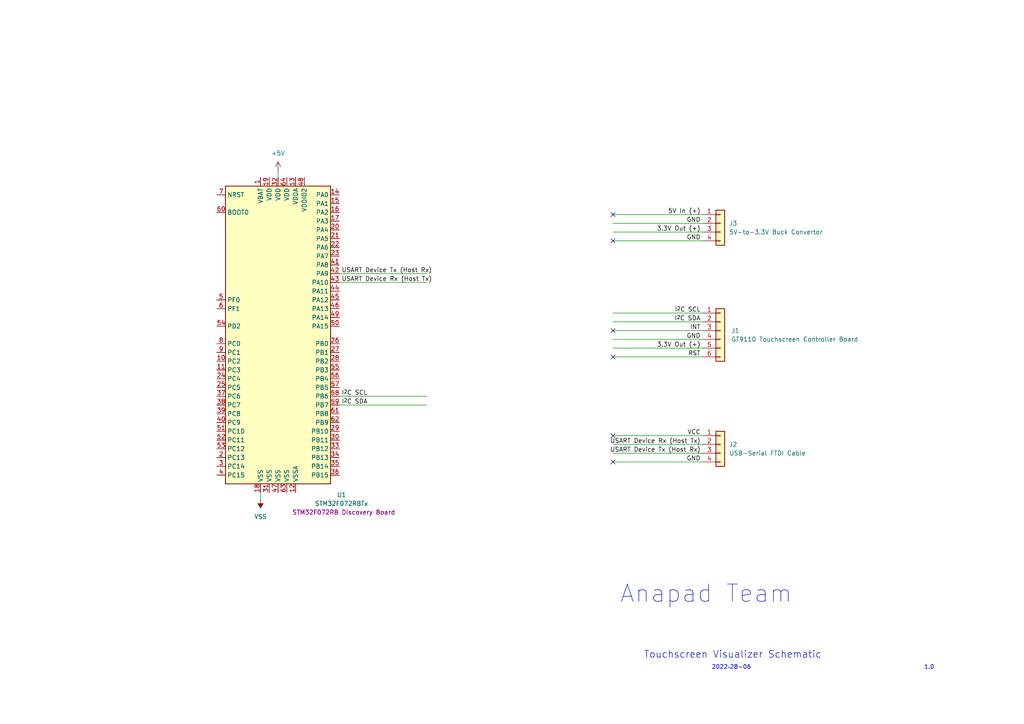
<source format=kicad_sch>
(kicad_sch (version 20211123) (generator eeschema)
  (paper "A4")
  (lib_symbols
    (symbol "Connector_Generic:Conn_01x04" (pin_names (offset 1.016) hide)
      (property "Reference" "J" (at 0 5.08 0))
      (property "Value" "Conn_01x04" (at 0 -7.62 0))
      (symbol "Conn_01x04_1_1"
        (rectangle (start -1.27 -4.953) (end 0 -5.207) (stroke (width 0.1524)))
        (rectangle (start -1.27 -2.413) (end 0 -2.667) (stroke (width 0.1524)))
        (rectangle (start -1.27 0.127) (end 0 -0.127) (stroke (width 0.1524)))
        (rectangle (start -1.27 2.667) (end 0 2.413) (stroke (width 0.1524)))
        (rectangle (start -1.27 3.81) (end 1.27 -6.35) (stroke (width 0.254)) (fill (type background)))
        (pin passive line (at -5.08 2.54 0) (length 3.81) (name "Pin_1") (number "1"))
        (pin passive line (at -5.08 0 0) (length 3.81) (name "Pin_2") (number "2"))
        (pin passive line (at -5.08 -2.54 0) (length 3.81) (name "Pin_3") (number "3"))
        (pin passive line (at -5.08 -5.08 0) (length 3.81) (name "Pin_4") (number "4"))
      )
    )
    (symbol "Connector_Generic:Conn_01x06" (pin_names (offset 1.016) hide)
      (property "Reference" "J" (at 0 7.62 0))
      (property "Value" "Conn_01x06" (at 0 -10.16 0))
      (symbol "Conn_01x06_1_1"
        (rectangle (start -1.27 -7.493) (end 0 -7.747) (stroke (width 0.1524)))
        (rectangle (start -1.27 -4.953) (end 0 -5.207) (stroke (width 0.1524)))
        (rectangle (start -1.27 -2.413) (end 0 -2.667) (stroke (width 0.1524)))
        (rectangle (start -1.27 0.127) (end 0 -0.127) (stroke (width 0.1524)))
        (rectangle (start -1.27 2.667) (end 0 2.413) (stroke (width 0.1524)))
        (rectangle (start -1.27 5.207) (end 0 4.953) (stroke (width 0.1524)))
        (rectangle (start -1.27 6.35) (end 1.27 -8.89) (stroke (width 0.254)) (fill (type background)))
        (pin passive line (at -5.08 5.08 0) (length 3.81) (name "Pin_1") (number "1"))
        (pin passive line (at -5.08 2.54 0) (length 3.81) (name "Pin_2") (number "2"))
        (pin passive line (at -5.08 0 0) (length 3.81) (name "Pin_3") (number "3"))
        (pin passive line (at -5.08 -2.54 0) (length 3.81) (name "Pin_4") (number "4"))
        (pin passive line (at -5.08 -5.08 0) (length 3.81) (name "Pin_5") (number "5"))
        (pin passive line (at -5.08 -7.62 0) (length 3.81) (name "Pin_6") (number "6"))
      )
    )
    (symbol "MCU_ST_STM32F0:STM32F072RBTx"
      (property "Reference" "U" (at -15.24 44.45 0))
      (property "Value" "STM32F072RBTx" (at 10.16 44.45 0))
      (symbol "STM32F072RBTx_0_1"
        (rectangle (start -15.24 -43.18) (end 15.24 43.18) (stroke (width 0.254)) (fill (type background)))
      )
      (symbol "STM32F072RBTx_1_1"
        (pin power_in line (at -5.08 45.72 270) (length 2.54) (name "VBAT") (number "1"))
        (pin bidirectional line (at -17.78 -7.62 0) (length 2.54) (name "PC2") (number "10"))
        (pin bidirectional line (at -17.78 -10.16 0) (length 2.54) (name "PC3") (number "11"))
        (pin power_in line (at 5.08 -45.72 90) (length 2.54) (name "VSSA") (number "12"))
        (pin power_in line (at 5.08 45.72 270) (length 2.54) (name "VDDA") (number "13"))
        (pin bidirectional line (at 17.78 40.64 180) (length 2.54) (name "PA0") (number "14"))
        (pin bidirectional line (at 17.78 38.1 180) (length 2.54) (name "PA1") (number "15"))
        (pin bidirectional line (at 17.78 35.56 180) (length 2.54) (name "PA2") (number "16"))
        (pin bidirectional line (at 17.78 33.02 180) (length 2.54) (name "PA3") (number "17"))
        (pin power_in line (at -5.08 -45.72 90) (length 2.54) (name "VSS") (number "18"))
        (pin power_in line (at -2.54 45.72 270) (length 2.54) (name "VDD") (number "19"))
        (pin bidirectional line (at -17.78 -35.56 0) (length 2.54) (name "PC13") (number "2"))
        (pin bidirectional line (at 17.78 30.48 180) (length 2.54) (name "PA4") (number "20"))
        (pin bidirectional line (at 17.78 27.94 180) (length 2.54) (name "PA5") (number "21"))
        (pin bidirectional line (at 17.78 25.4 180) (length 2.54) (name "PA6") (number "22"))
        (pin bidirectional line (at 17.78 22.86 180) (length 2.54) (name "PA7") (number "23"))
        (pin bidirectional line (at -17.78 -12.7 0) (length 2.54) (name "PC4") (number "24"))
        (pin bidirectional line (at -17.78 -15.24 0) (length 2.54) (name "PC5") (number "25"))
        (pin bidirectional line (at 17.78 -2.54 180) (length 2.54) (name "PB0") (number "26"))
        (pin bidirectional line (at 17.78 -5.08 180) (length 2.54) (name "PB1") (number "27"))
        (pin bidirectional line (at 17.78 -7.62 180) (length 2.54) (name "PB2") (number "28"))
        (pin bidirectional line (at 17.78 -27.94 180) (length 2.54) (name "PB10") (number "29"))
        (pin bidirectional line (at -17.78 -38.1 0) (length 2.54) (name "PC14") (number "3"))
        (pin bidirectional line (at 17.78 -30.48 180) (length 2.54) (name "PB11") (number "30"))
        (pin power_in line (at -2.54 -45.72 90) (length 2.54) (name "VSS") (number "31"))
        (pin power_in line (at 0 45.72 270) (length 2.54) (name "VDD") (number "32"))
        (pin bidirectional line (at 17.78 -33.02 180) (length 2.54) (name "PB12") (number "33"))
        (pin bidirectional line (at 17.78 -35.56 180) (length 2.54) (name "PB13") (number "34"))
        (pin bidirectional line (at 17.78 -38.1 180) (length 2.54) (name "PB14") (number "35"))
        (pin bidirectional line (at 17.78 -40.64 180) (length 2.54) (name "PB15") (number "36"))
        (pin bidirectional line (at -17.78 -17.78 0) (length 2.54) (name "PC6") (number "37"))
        (pin bidirectional line (at -17.78 -20.32 0) (length 2.54) (name "PC7") (number "38"))
        (pin bidirectional line (at -17.78 -22.86 0) (length 2.54) (name "PC8") (number "39"))
        (pin bidirectional line (at -17.78 -40.64 0) (length 2.54) (name "PC15") (number "4"))
        (pin bidirectional line (at -17.78 -25.4 0) (length 2.54) (name "PC9") (number "40"))
        (pin bidirectional line (at 17.78 20.32 180) (length 2.54) (name "PA8") (number "41"))
        (pin bidirectional line (at 17.78 17.78 180) (length 2.54) (name "PA9") (number "42"))
        (pin bidirectional line (at 17.78 15.24 180) (length 2.54) (name "PA10") (number "43"))
        (pin bidirectional line (at 17.78 12.7 180) (length 2.54) (name "PA11") (number "44"))
        (pin bidirectional line (at 17.78 10.16 180) (length 2.54) (name "PA12") (number "45"))
        (pin bidirectional line (at 17.78 7.62 180) (length 2.54) (name "PA13") (number "46"))
        (pin power_in line (at 0 -45.72 90) (length 2.54) (name "VSS") (number "47"))
        (pin power_in line (at 7.62 45.72 270) (length 2.54) (name "VDDIO2") (number "48"))
        (pin bidirectional line (at 17.78 5.08 180) (length 2.54) (name "PA14") (number "49"))
        (pin input line (at -17.78 10.16 0) (length 2.54) (name "PF0") (number "5"))
        (pin bidirectional line (at 17.78 2.54 180) (length 2.54) (name "PA15") (number "50"))
        (pin bidirectional line (at -17.78 -27.94 0) (length 2.54) (name "PC10") (number "51"))
        (pin bidirectional line (at -17.78 -30.48 0) (length 2.54) (name "PC11") (number "52"))
        (pin bidirectional line (at -17.78 -33.02 0) (length 2.54) (name "PC12") (number "53"))
        (pin bidirectional line (at -17.78 2.54 0) (length 2.54) (name "PD2") (number "54"))
        (pin bidirectional line (at 17.78 -10.16 180) (length 2.54) (name "PB3") (number "55"))
        (pin bidirectional line (at 17.78 -12.7 180) (length 2.54) (name "PB4") (number "56"))
        (pin bidirectional line (at 17.78 -15.24 180) (length 2.54) (name "PB5") (number "57"))
        (pin bidirectional line (at 17.78 -17.78 180) (length 2.54) (name "PB6") (number "58"))
        (pin bidirectional line (at 17.78 -20.32 180) (length 2.54) (name "PB7") (number "59"))
        (pin input line (at -17.78 7.62 0) (length 2.54) (name "PF1") (number "6"))
        (pin input line (at -17.78 35.56 0) (length 2.54) (name "BOOT0") (number "60"))
        (pin bidirectional line (at 17.78 -22.86 180) (length 2.54) (name "PB8") (number "61"))
        (pin bidirectional line (at 17.78 -25.4 180) (length 2.54) (name "PB9") (number "62"))
        (pin power_in line (at 2.54 -45.72 90) (length 2.54) (name "VSS") (number "63"))
        (pin power_in line (at 2.54 45.72 270) (length 2.54) (name "VDD") (number "64"))
        (pin input line (at -17.78 40.64 0) (length 2.54) (name "NRST") (number "7"))
        (pin bidirectional line (at -17.78 -2.54 0) (length 2.54) (name "PC0") (number "8"))
        (pin bidirectional line (at -17.78 -5.08 0) (length 2.54) (name "PC1") (number "9"))
      )
    )
    (symbol "power:+5V" (power) (pin_names (offset 0))
      (property "Value" "+5V" (at 0 3.556 0))
      (symbol "+5V_0_1"
        (polyline (pts (xy -0.762 1.27) (xy 0 2.54)))
        (polyline (pts (xy 0 0) (xy 0 2.54)))
        (polyline (pts (xy 0 2.54) (xy 0.762 1.27)))
      )
      (symbol "+5V_1_1"
        (pin power_in line (at 0 0 90) (length 0) hide (name "+5V") (number "1"))
      )
    )
    (symbol "power:VSS" (power) (pin_names (offset 0))
      (property "Value" "VSS" (at 0 3.81 0))
      (symbol "VSS_0_1"
        (polyline (pts (xy 0 0) (xy 0 2.54)))
        (polyline (pts (xy 0.762 1.27) (xy -0.762 1.27) (xy 0 2.54) (xy 0.762 1.27)) (fill (type outline)))
      )
      (symbol "VSS_1_1"
        (pin power_in line (at 0 0 90) (length 0) hide (name "VSS") (number "1"))
      )
    )
  )
  (no_connect (at 177.8 69.85))
  (no_connect (at 177.8 95.885))
  (no_connect (at 177.8 126.365))
  (no_connect (at 177.8 103.505))
  (no_connect (at 177.8 133.985))
  (no_connect (at 177.8 62.23))
  (wire (pts (xy 177.8 133.985) (xy 203.835 133.985)))
  (wire (pts (xy 177.8 128.905) (xy 203.835 128.905)))
  (wire (pts (xy 177.8 90.805) (xy 203.835 90.805)))
  (wire (pts (xy 177.8 98.425) (xy 203.835 98.425)))
  (wire (pts (xy 177.8 67.31) (xy 203.835 67.31)))
  (wire (pts (xy 98.425 81.915) (xy 123.825 81.915)))
  (wire (pts (xy 177.8 100.965) (xy 203.835 100.965)))
  (wire (pts (xy 177.8 131.445) (xy 203.835 131.445)))
  (wire (pts (xy 98.425 79.375) (xy 123.825 79.375)))
  (wire (pts (xy 177.8 62.23) (xy 203.835 62.23)))
  (wire (pts (xy 177.8 95.885) (xy 203.835 95.885)))
  (wire (pts (xy 177.8 64.77) (xy 203.835 64.77)))
  (wire (pts (xy 177.8 69.85) (xy 203.835 69.85)))
  (wire (pts (xy 177.8 103.505) (xy 203.835 103.505)))
  (wire (pts (xy 75.565 144.78) (xy 75.565 142.875)))
  (wire (pts (xy 80.645 49.53) (xy 80.645 51.435)))
  (wire (pts (xy 177.8 126.365) (xy 203.835 126.365)))
  (wire (pts (xy 98.425 114.935) (xy 123.825 114.935)))
  (wire (pts (xy 98.425 117.475) (xy 123.825 117.475)))
  (wire (pts (xy 177.8 93.345) (xy 203.835 93.345)))
  (text "2022–28-06" (at 206.375 194.31 0) (effects (font (size 1.2 1.2)) (justify left bottom)))
  (text "Anapad Team" (at 179.705 175.26 0) (effects (font (size 5 5)) (justify left bottom)))
  (text "1.0\n" (at 267.97 194.31 0) (effects (font (size 1.2 1.2)) (justify left bottom)))
  (text "Touchscreen Visualizer Schematic" (at 186.69 191.135 0) (effects (font (size 2 2)) (justify left bottom)))
  (label "USART Device Tx (Host Rx)" (at 99.06 79.375 0))
  (label "I^{2}C SCL" (at 99.06 114.935 0))
  (label "USART Device Rx (Host Tx)" (at 203.2 128.905 180))
  (label "I^{2}C SDA" (at 203.2 93.345 180))
  (label "3.3V Out (+)" (at 203.2 67.31 180))
  (label "I^{2}C SDA" (at 99.06 117.475 0))
  (label "USART Device Rx (Host Tx)" (at 99.06 81.915 0))
  (label "VCC" (at 203.2 126.365 180))
  (label "INT" (at 203.2 95.885 180))
  (label "RST" (at 203.2 103.505 180))
  (label "5V In (+)" (at 203.2 62.23 180))
  (label "I^{2}C SCL" (at 203.2 90.805 180))
  (label "3.3V Out (+)" (at 203.2 100.965 180))
  (label "GND" (at 203.2 69.85 180))
  (label "GND" (at 203.2 98.425 180))
  (label "USART Device Tx (Host Rx)" (at 203.2 131.445 180))
  (label "GND" (at 203.2 133.985 180))
  (label "GND" (at 203.2 64.77 180))
  (symbol (lib_id "Connector_Generic:Conn_01x04") (at 208.915 128.905 0) (unit 1)
    (property "Reference" "J2" (at 211.455 128.9049 0) (effects (justify left)))
    (property "Value" "USB-Serial FTDI Cable" (at 211.455 131.4449 0) (effects (justify left)))
  )
  (symbol (lib_id "MCU_ST_STM32F0:STM32F072RBTx") (at 80.645 97.155 0) (unit 1)
    (property "Reference" "U1" (at 99.06 143.51 0))
    (property "Value" "STM32F072RBTx" (at 99.06 146.05 0))
    (property "Footprint" "Package_QFP:LQFP-64_10x10mm_P0.5mm" (effects hide))
    (property "Datasheet" "http://www.st.com/st-web-ui/static/active/en/resource/technical/document/datasheet/DM00090510.pdf" (effects hide))
    (property "Board" "STM32F072RB Discovery Board" (at 99.695 148.59 0))
  )
  (symbol (lib_id "Connector_Generic:Conn_01x06") (at 208.915 95.885 0) (unit 1)
    (property "Reference" "J1" (at 212.09 95.8849 0) (effects (justify left)))
    (property "Value" "GT9110 Touchscreen Controller Board" (at 212.09 98.4249 0) (effects (justify left)))
  )
  (symbol (lib_id "power:VSS") (at 75.565 144.78 180) (unit 1)
    (property "Reference" "#PWR?" (effects hide))
    (property "Value" "VSS" (at 75.565 149.86 0))
  )
  (symbol (lib_id "power:+5V") (at 80.645 49.53 0) (unit 1)
    (property "Reference" "#PWR?" (effects hide))
    (property "Value" "+5V" (at 80.645 44.45 0))
  )
  (symbol (lib_id "Connector_Generic:Conn_01x04") (at 208.915 64.77 0) (unit 1)
    (property "Reference" "J3" (at 211.455 64.7699 0) (effects (justify left)))
    (property "Value" "5V-to-3.3V Buck Convertor" (at 211.455 67.3099 0) (effects (justify left)))
  )
)
</source>
